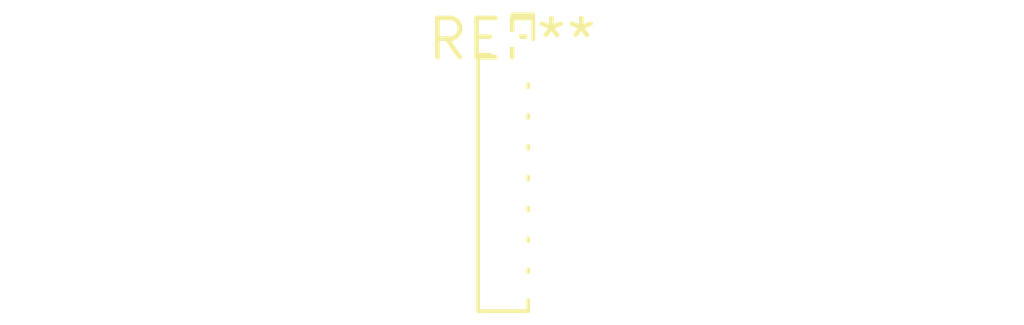
<source format=kicad_pcb>
(kicad_pcb (version 20240108) (generator pcbnew)
  (layers (0 "F.Cu" signal) (31 "B.Cu" signal) (34 "B.Paste" user) (35 "F.Paste" user) (36 "B.SilkS" user "B.Silkscreen") (37 "F.SilkS" user "F.Silkscreen") (38 "B.Mask" user) (39 "F.Mask" user) (44 "Edge.Cuts" user))
  (net 0 "")
  (footprint "PinSocket_1x09_P1.00mm_Vertical" (layer "F.Cu") (at 0 0)
    (property "Reference" "REF**")
    (property "Value" "PinSocket_1x09_P1.00mm_Vertical")
    (fp_line (start -1.1 0.5) (end -1.1 8.81) (layer "F.SilkS") (stroke (width 0.12)))
    (fp_line (start -1.1 0.5) (end -0.685 0.5) (layer "F.SilkS") (stroke (width 0.12)))
    (fp_line (start -1.1 8.81) (end 0.52 8.81) (layer "F.SilkS") (stroke (width 0.12)))
    (fp_line (start 0 -0.81) (end 0.685 -0.81) (layer "F.SilkS") (stroke (width 0.12)))
    (fp_line (start 0.52 1.445898) (end 0.52 1.554102) (layer "F.SilkS") (stroke (width 0.12)))
    (fp_line (start 0.52 2.445898) (end 0.52 2.554102) (layer "F.SilkS") (stroke (width 0.12)))
    (fp_line (start 0.52 3.445898) (end 0.52 3.554102) (layer "F.SilkS") (stroke (width 0.12)))
    (fp_line (start 0.52 4.445898) (end 0.52 4.554102) (layer "F.SilkS") (stroke (width 0.12)))
    (fp_line (start 0.52 5.445898) (end 0.52 5.554102) (layer "F.SilkS") (stroke (width 0.12)))
    (fp_line (start 0.52 6.445898) (end 0.52 6.554102) (layer "F.SilkS") (stroke (width 0.12)))
    (fp_line (start 0.52 7.445898) (end 0.52 7.554102) (layer "F.SilkS") (stroke (width 0.12)))
    (fp_line (start 0.52 8.445898) (end 0.52 8.81) (layer "F.SilkS") (stroke (width 0.12)))
    (fp_line (start 0.685 -0.81) (end 0.685 0) (layer "F.SilkS") (stroke (width 0.12)))
    (pad "1" thru_hole rect (at 0 0) (size 0.85 0.85) (drill 0.5) (layers *.Cu *.Mask) (remove_unused_layers))
    (pad "2" thru_hole oval (at 0 1) (size 0.85 0.85) (drill 0.5) (layers *.Cu *.Mask) (remove_unused_layers))
    (pad "3" thru_hole oval (at 0 2) (size 0.85 0.85) (drill 0.5) (layers *.Cu *.Mask) (remove_unused_layers))
    (pad "4" thru_hole oval (at 0 3) (size 0.85 0.85) (drill 0.5) (layers *.Cu *.Mask) (remove_unused_layers))
    (pad "5" thru_hole oval (at 0 4) (size 0.85 0.85) (drill 0.5) (layers *.Cu *.Mask) (remove_unused_layers))
    (pad "6" thru_hole oval (at 0 5) (size 0.85 0.85) (drill 0.5) (layers *.Cu *.Mask) (remove_unused_layers))
    (pad "7" thru_hole oval (at 0 6) (size 0.85 0.85) (drill 0.5) (layers *.Cu *.Mask) (remove_unused_layers))
    (pad "8" thru_hole oval (at 0 7) (size 0.85 0.85) (drill 0.5) (layers *.Cu *.Mask) (remove_unused_layers))
    (pad "9" thru_hole oval (at 0 8) (size 0.85 0.85) (drill 0.5) (layers *.Cu *.Mask) (remove_unused_layers))
  )
)
</source>
